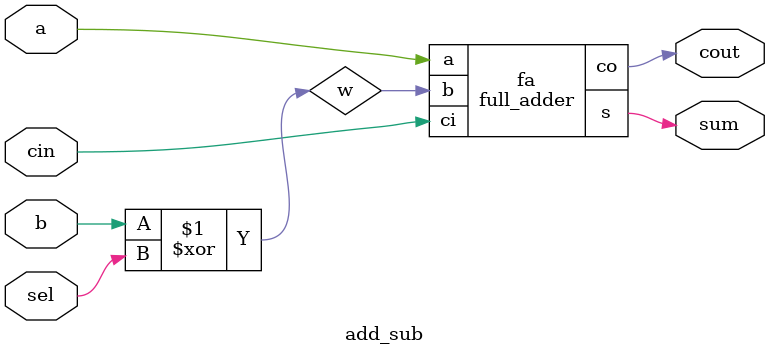
<source format=v>
/*--  *******************************************************
--  Computer Architecture Course, Laboratory Sources 
--  Amirkabir University of Technology (Tehran Polytechnic)
--  Department of Computer Engineering (CE-AUT)
--  https://ce[dot]aut[dot]ac[dot]ir
--  *******************************************************
--  All Rights reserved (C) 2019-2020
--  *******************************************************
--  Student ID  : 
--  Student Name: 
--  Student Mail: 
--  *******************************************************
--  Additional Comments:
--
--*/

/*-----------------------------------------------------------
---  Module Name: Temperature Calculator Utils
---  Description: Module1:
-----------------------------------------------------------*/
`timescale 1 ns/1 ns
module full_adder (
	input a ,
	input b ,
	input ci ,
	output s ,
	output co
);
wire [2:0] w;
	xor  
				x1(w[0],a,b),
				x2(s,w[0],ci);
				
	and 
				a1(w[1],a,b),
				a2(w[2],w[0],ci);
	or       r1(co,w[2],w[1]);		


endmodule

module add_sub (
	input a ,
	input b ,
	input cin ,
	input sel ,
	output sum ,
	output cout
);
	wire w;
	xor r1(w,b,sel);
	full_adder fa(a,w,cin,sum,cout);
endmodule
</source>
